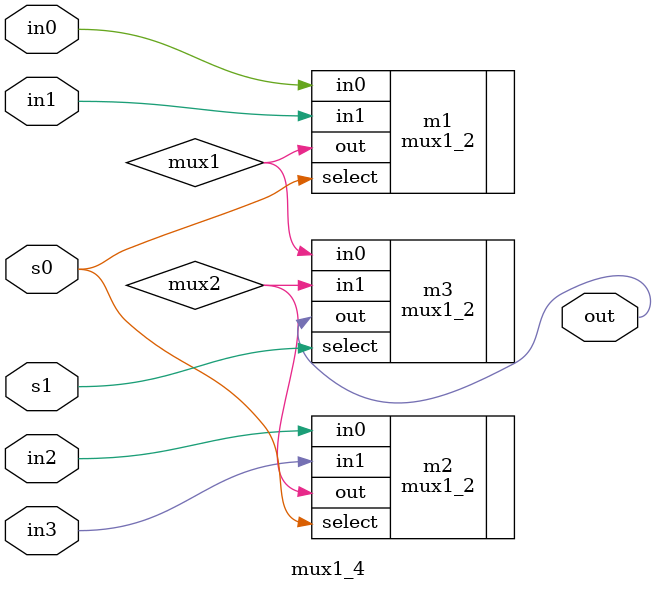
<source format=v>
module mux1_4(s0, s1, in0, in1, in2, in3, out);
	input s0,s1;
	input in0, in1,in2,in3;
	output out;
	wire mux1, mux2;
	mux1_2 m1(.select(s0), .in0(in0), .in1(in1), .out(mux1));
	mux1_2 m2(.select(s0), .in0(in2), .in1(in3), .out(mux2));
	mux1_2 m3(.select(s1), .in0(mux1), .in1(mux2), .out(out));
endmodule

</source>
